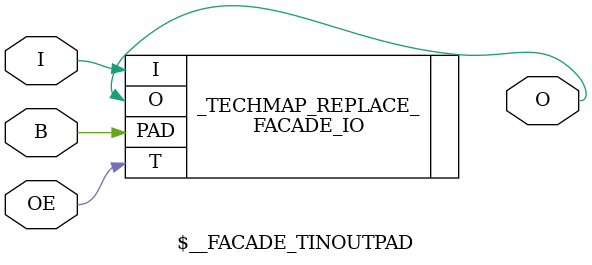
<source format=v>
module \$lut (A, Y);
	parameter WIDTH = 0;
	parameter LUT = 0;
	input [WIDTH-1:0] A;
	output Y;

	localparam rep = 1<<(4-WIDTH);
	wire [3:0] I;

	generate
		if(WIDTH == 1) begin
			assign I = {1'b0, 1'b0, 1'b0, A[0]};
		end else if(WIDTH == 2) begin
			assign I = {1'b0, 1'b0, A[1], A[0]};
		end else if(WIDTH == 3) begin
			assign I = {1'b0, A[2], A[1], A[0]};
		end else if(WIDTH == 4) begin
			assign I = {A[3], A[2], A[1], A[0]};
		end else begin
			wire _TECHMAP_FAIL_ = 1;
		end
	endgenerate

	LUT4 #(.INIT({rep{LUT}})) _TECHMAP_REPLACE_ (.A(I[0]), .B(I[1]), .C(I[2]), .D(I[3]), .Z(Y));
endmodule

// DFFs
module  \$_DFF_P_ (input D, C, output Q); FACADE_FF #(.CEMUX("1"), .CLKMUX("CLK"), .LSRMUX("LSR"), .REGSET("RESET")) _TECHMAP_REPLACE_ (.CLK(C), .LSR(1'b0), .DI(D), .Q(Q)); endmodule

// IO- "$__" cells for the iopadmap pass.
module  \$__FACADE_OUTPAD (input I, output O); FACADE_IO #(.DIR("OUTPUT")) _TECHMAP_REPLACE_ (.PAD(O), .I(I), .T(1'b1)); endmodule
module  \$__FACADE_INPAD (input I, output O); FACADE_IO #(.DIR("INPUT")) _TECHMAP_REPLACE_ (.PAD(I), .O(O)); endmodule
module  \$__FACADE_TOUTPAD (input I, OE, output O); FACADE_IO #(.DIR("OUTPUT")) _TECHMAP_REPLACE_ (.PAD(O), .I(I), .T(OE)); endmodule
module  \$__FACADE_TINOUTPAD (input I, OE, output O, inout B); FACADE_IO #(.DIR("BIDIR")) _TECHMAP_REPLACE_ (.PAD(B), .I(I), .O(O), .T(OE)); endmodule

</source>
